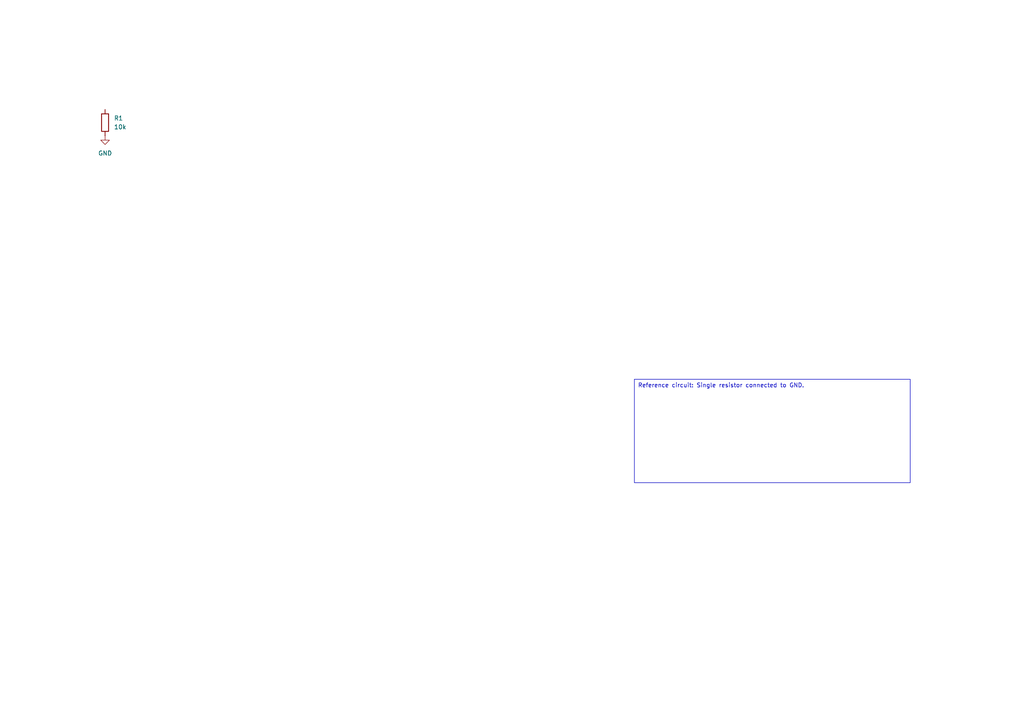
<source format=kicad_sch>
(kicad_sch (version 20250114) (generator "eeschema") (generator_version "9.0")
  (paper "A4")
  (title_block (title "reference_gnd"))
  (lib_symbols
    (symbol "Device:R" (pin_numbers (hide yes)) (pin_names (offset 0))
      (property "Reference" "R" (at 2.032 0 90))
      (property "Value" "R" (at 0 0 90))
      (symbol "R_0_1"
        (rectangle (start -1.016 -2.54) (end 1.016 2.54) (stroke (width 0.254)))
      )
      (symbol "R_1_1"
        (pin passive line (at 0 3.81 270) (length 1.27) (name "~") (number "1"))
        (pin passive line (at 0 -3.81 90) (length 1.27) (name "~") (number "2"))
      )
    )
    (symbol "power:GND" (power) (pin_numbers (hide yes)) (pin_names (offset 0) (hide yes))
      (property "Value" "GND" (at 0 -3.81 0))
      (symbol "GND_0_1"
        (polyline (pts (xy 0 0) (xy 0 -1.27) (xy 1.27 -1.27) (xy 0 -2.54) (xy -1.27 -1.27) (xy 0 -1.27)))
      )
      (symbol "GND_1_1"
        (pin power_in line (at 0 0 270) (length 0) (name "~") (number "1"))
      )
    )
  )
  (text_box "Reference circuit: Single resistor connected to GND." (at 184 110 0) (size 80 30) (margins 1 1 1 1) (effects (font (size 1.2 1.2)) (justify left top)))
  (symbol (lib_id "Device:R") (at 30.48 35.56 0) (unit 1)
    (property "Reference" "R1" (at 33.02 34.2899 0) (effects (justify left)))
    (property "Value" "10k" (at 33.02 36.8299 0) (effects (justify left)))
    (property "Footprint" "Resistor_SMD:R_0603_1608Metric" (effects (hide yes)))
    (property "hierarchy_path" "/cf37708f-c326-41b4-b589-ebf4fc07662c" (effects (hide yes)))
    (property "project_name" "reference_gnd" (effects (hide yes)))
    (property "root_uuid" "cf37708f-c326-41b4-b589-ebf4fc07662c" (effects (hide yes)))
  )
  (symbol (lib_id "power:GND") (at 30.48 39.37 0) (unit 1)
    (property "Reference" "#PWR001" (effects (hide yes)))
    (property "Value" "GND" (at 30.48 44.45 0))
  )
)
</source>
